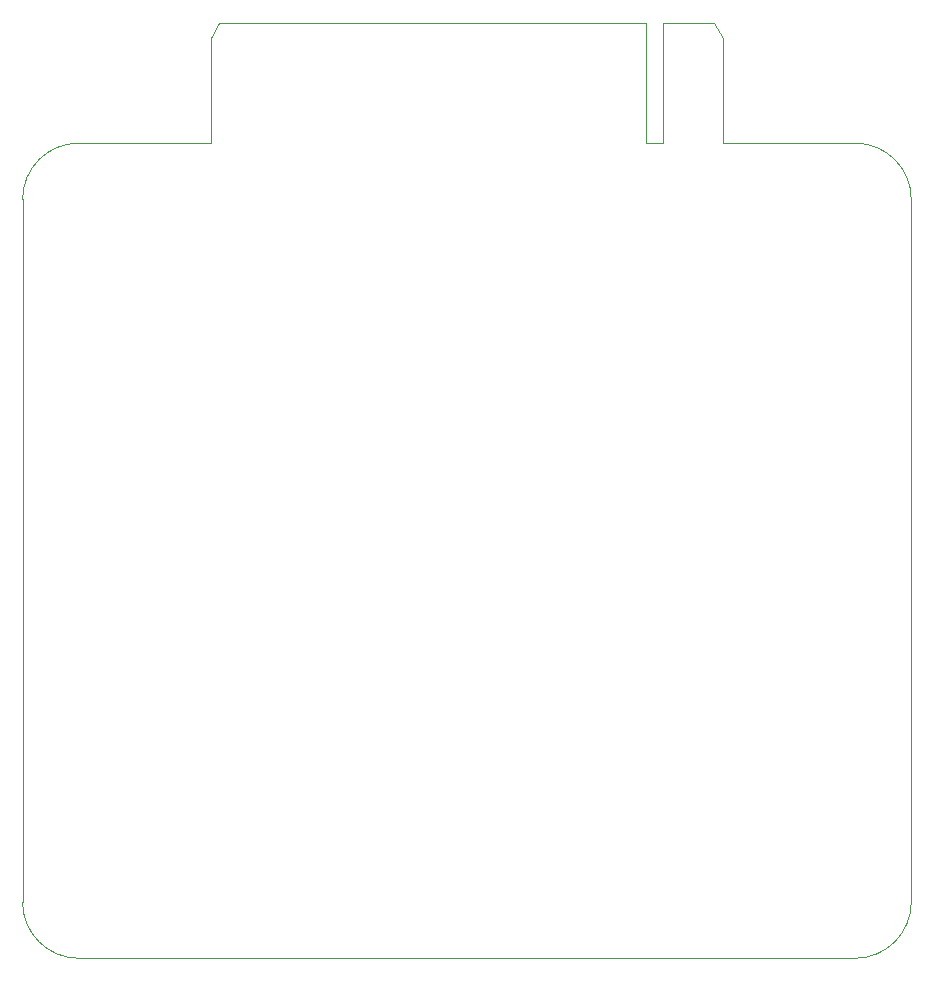
<source format=gbr>
%TF.GenerationSoftware,KiCad,Pcbnew,8.0.2*%
%TF.CreationDate,2024-08-26T06:59:03-04:00*%
%TF.ProjectId,TRS-80-M3-VID2,5452532d-3830-42d4-9d33-2d564944322e,rev?*%
%TF.SameCoordinates,Original*%
%TF.FileFunction,Profile,NP*%
%FSLAX46Y46*%
G04 Gerber Fmt 4.6, Leading zero omitted, Abs format (unit mm)*
G04 Created by KiCad (PCBNEW 8.0.2) date 2024-08-26 06:59:03*
%MOMM*%
%LPD*%
G01*
G04 APERTURE LIST*
%TA.AperFunction,Profile*%
%ADD10C,0.050000*%
%TD*%
G04 APERTURE END LIST*
D10*
X154514550Y-44450000D02*
X165735000Y-44450000D01*
X165735000Y-113472404D02*
X100012500Y-113472404D01*
X95250000Y-108709904D02*
X95250000Y-49212500D01*
X95250000Y-49212500D02*
G75*
G02*
X100012500Y-44450000I4762500J0D01*
G01*
X170497500Y-49212500D02*
X170497500Y-108709904D01*
X170497500Y-108709904D02*
G75*
G02*
X165735000Y-113472400I-4762500J4D01*
G01*
X165735000Y-44450000D02*
G75*
G02*
X170497500Y-49212500I0J-4762500D01*
G01*
X100012500Y-44450000D02*
X111232950Y-44450000D01*
X100012500Y-113472404D02*
G75*
G02*
X95249996Y-108709904I0J4762504D01*
G01*
%TO.C,J1*%
X111232950Y-35560000D02*
X111232950Y-44450000D01*
X111918750Y-34290000D02*
X111232950Y-35560000D01*
X148012150Y-34290000D02*
X111918750Y-34290000D01*
X148012150Y-44450000D02*
X148012150Y-34290000D01*
X149434550Y-34290000D02*
X149434550Y-44450000D01*
X149434550Y-44450000D02*
X148012150Y-44450000D01*
X153828750Y-34290000D02*
X149434550Y-34290000D01*
X154514550Y-35560000D02*
X153828750Y-34290000D01*
X154514550Y-44450000D02*
X154514550Y-35560000D01*
%TD*%
M02*

</source>
